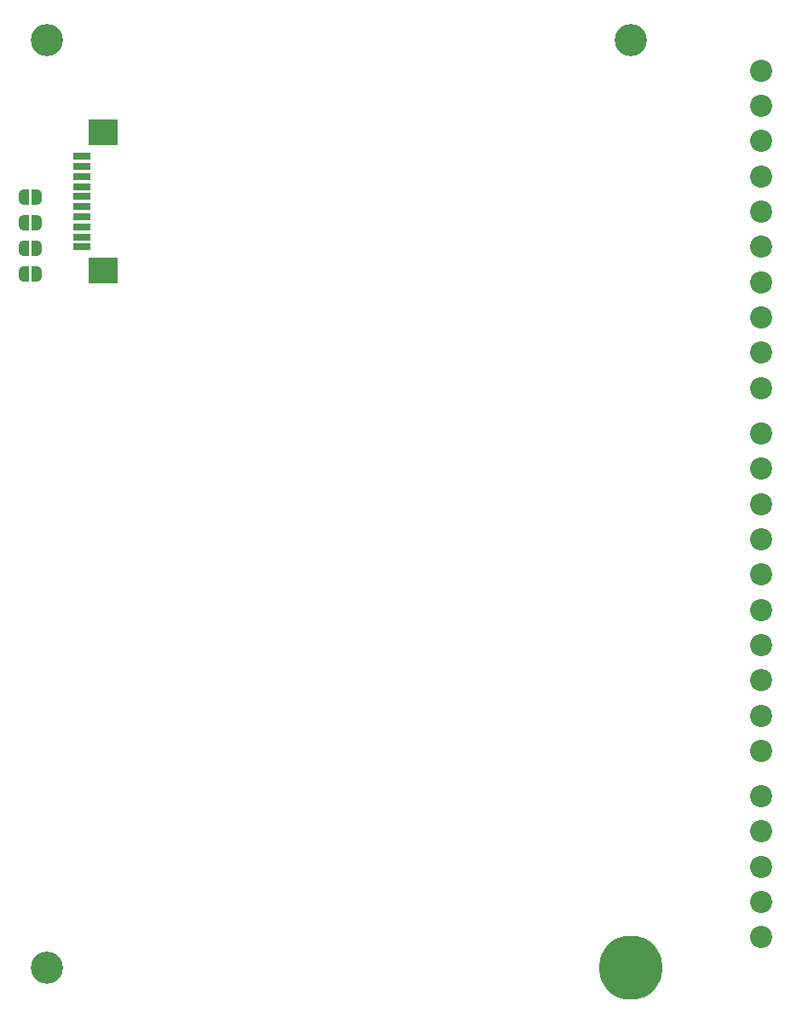
<source format=gbr>
%TF.GenerationSoftware,KiCad,Pcbnew,8.0.7-8.0.7-0~ubuntu24.04.1*%
%TF.CreationDate,2025-01-20T15:15:08+03:00*%
%TF.ProjectId,PM-DI16-sink,504d2d44-4931-4362-9d73-696e6b2e6b69,rev?*%
%TF.SameCoordinates,Original*%
%TF.FileFunction,Soldermask,Bot*%
%TF.FilePolarity,Negative*%
%FSLAX46Y46*%
G04 Gerber Fmt 4.6, Leading zero omitted, Abs format (unit mm)*
G04 Created by KiCad (PCBNEW 8.0.7-8.0.7-0~ubuntu24.04.1) date 2025-01-20 15:15:08*
%MOMM*%
%LPD*%
G01*
G04 APERTURE LIST*
G04 Aperture macros list*
%AMFreePoly0*
4,1,19,0.500000,-0.750000,0.000000,-0.750000,0.000000,-0.744911,-0.071157,-0.744911,-0.207708,-0.704816,-0.327430,-0.627875,-0.420627,-0.520320,-0.479746,-0.390866,-0.500000,-0.250000,-0.500000,0.250000,-0.479746,0.390866,-0.420627,0.520320,-0.327430,0.627875,-0.207708,0.704816,-0.071157,0.744911,0.000000,0.744911,0.000000,0.750000,0.500000,0.750000,0.500000,-0.750000,0.500000,-0.750000,
$1*%
%AMFreePoly1*
4,1,19,0.000000,0.744911,0.071157,0.744911,0.207708,0.704816,0.327430,0.627875,0.420627,0.520320,0.479746,0.390866,0.500000,0.250000,0.500000,-0.250000,0.479746,-0.390866,0.420627,-0.520320,0.327430,-0.627875,0.207708,-0.704816,0.071157,-0.744911,0.000000,-0.744911,0.000000,-0.750000,-0.500000,-0.750000,-0.500000,0.750000,0.000000,0.750000,0.000000,0.744911,0.000000,0.744911,
$1*%
G04 Aperture macros list end*
%ADD10C,3.200000*%
%ADD11C,2.200000*%
%ADD12O,6.350000X6.350000*%
%ADD13FreePoly0,180.000000*%
%ADD14FreePoly1,180.000000*%
%ADD15R,1.803400X0.635000*%
%ADD16R,2.997200X2.590800*%
G04 APERTURE END LIST*
D10*
%TO.C,H3*%
X-46000000Y-46000000D03*
%TD*%
D11*
%TO.C,J6*%
X25000000Y-43000000D03*
X25000000Y-39500000D03*
X25000000Y-36000000D03*
X25000000Y-32500000D03*
X25000000Y-29000000D03*
%TD*%
D10*
%TO.C,H2*%
X-46000000Y46000000D03*
%TD*%
%TO.C,H1*%
X12000000Y46000000D03*
%TD*%
D11*
%TO.C,J4*%
X25000000Y-24500000D03*
X25000000Y-21000000D03*
X25000000Y-17500000D03*
X25000000Y-14000000D03*
X25000000Y-10500000D03*
X25000000Y-7000000D03*
X25000000Y-3500000D03*
X25000000Y0D03*
X25000000Y3500000D03*
X25000000Y7000000D03*
%TD*%
D12*
%TO.C,PE1*%
X12000000Y-46000000D03*
%TD*%
D11*
%TO.C,J3*%
X25000000Y11500000D03*
X25000000Y15000000D03*
X25000000Y18500000D03*
X25000000Y22000000D03*
X25000000Y25500000D03*
X25000000Y29000000D03*
X25000000Y32500000D03*
X25000000Y36000000D03*
X25000000Y39500000D03*
X25000000Y43000000D03*
%TD*%
D13*
%TO.C,JP4*%
X-46975000Y22860000D03*
D14*
X-48275000Y22860000D03*
%TD*%
D13*
%TO.C,JP3*%
X-46975000Y25400000D03*
D14*
X-48275000Y25400000D03*
%TD*%
D15*
%TO.C,J7*%
X-42556000Y34499991D03*
X-42556000Y33499993D03*
X-42556000Y32499995D03*
X-42556000Y31499997D03*
X-42556000Y30499999D03*
X-42556000Y29500001D03*
X-42556000Y28500003D03*
X-42556000Y27500005D03*
X-42556000Y26500007D03*
X-42556000Y25500009D03*
D16*
X-40385999Y36850002D03*
X-40385999Y23149998D03*
%TD*%
D13*
%TO.C,JP2*%
X-46975000Y27940000D03*
D14*
X-48275000Y27940000D03*
%TD*%
D13*
%TO.C,JP1*%
X-46975000Y30480000D03*
D14*
X-48275000Y30480000D03*
%TD*%
M02*

</source>
